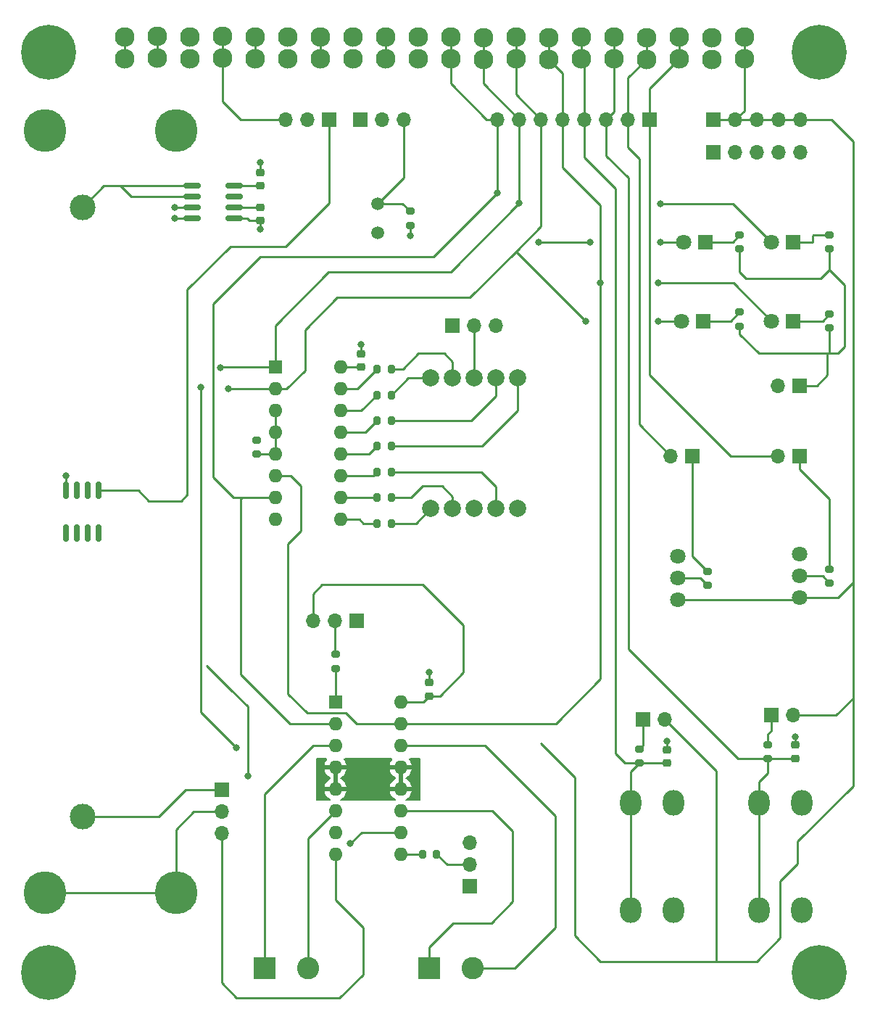
<source format=gbr>
%TF.GenerationSoftware,KiCad,Pcbnew,(6.0.7)*%
%TF.CreationDate,2022-09-06T17:39:21+02:00*%
%TF.ProjectId,myDAQExpansionBoard,6d794441-5145-4787-9061-6e73696f6e42,rev?*%
%TF.SameCoordinates,Original*%
%TF.FileFunction,Copper,L1,Top*%
%TF.FilePolarity,Positive*%
%FSLAX46Y46*%
G04 Gerber Fmt 4.6, Leading zero omitted, Abs format (unit mm)*
G04 Created by KiCad (PCBNEW (6.0.7)) date 2022-09-06 17:39:21*
%MOMM*%
%LPD*%
G01*
G04 APERTURE LIST*
G04 Aperture macros list*
%AMRoundRect*
0 Rectangle with rounded corners*
0 $1 Rounding radius*
0 $2 $3 $4 $5 $6 $7 $8 $9 X,Y pos of 4 corners*
0 Add a 4 corners polygon primitive as box body*
4,1,4,$2,$3,$4,$5,$6,$7,$8,$9,$2,$3,0*
0 Add four circle primitives for the rounded corners*
1,1,$1+$1,$2,$3*
1,1,$1+$1,$4,$5*
1,1,$1+$1,$6,$7*
1,1,$1+$1,$8,$9*
0 Add four rect primitives between the rounded corners*
20,1,$1+$1,$2,$3,$4,$5,0*
20,1,$1+$1,$4,$5,$6,$7,0*
20,1,$1+$1,$6,$7,$8,$9,0*
20,1,$1+$1,$8,$9,$2,$3,0*%
G04 Aperture macros list end*
%TA.AperFunction,SMDPad,CuDef*%
%ADD10RoundRect,0.200000X-0.200000X-0.275000X0.200000X-0.275000X0.200000X0.275000X-0.200000X0.275000X0*%
%TD*%
%TA.AperFunction,ComponentPad*%
%ADD11C,6.400000*%
%TD*%
%TA.AperFunction,ComponentPad*%
%ADD12C,0.800000*%
%TD*%
%TA.AperFunction,ComponentPad*%
%ADD13R,1.800000X1.800000*%
%TD*%
%TA.AperFunction,ComponentPad*%
%ADD14C,1.800000*%
%TD*%
%TA.AperFunction,ComponentPad*%
%ADD15O,2.500000X3.000000*%
%TD*%
%TA.AperFunction,SMDPad,CuDef*%
%ADD16RoundRect,0.225000X0.250000X-0.225000X0.250000X0.225000X-0.250000X0.225000X-0.250000X-0.225000X0*%
%TD*%
%TA.AperFunction,ComponentPad*%
%ADD17R,1.700000X1.700000*%
%TD*%
%TA.AperFunction,ComponentPad*%
%ADD18O,1.700000X1.700000*%
%TD*%
%TA.AperFunction,SMDPad,CuDef*%
%ADD19RoundRect,0.200000X-0.275000X0.200000X-0.275000X-0.200000X0.275000X-0.200000X0.275000X0.200000X0*%
%TD*%
%TA.AperFunction,ComponentPad*%
%ADD20R,2.600000X2.600000*%
%TD*%
%TA.AperFunction,ComponentPad*%
%ADD21C,2.600000*%
%TD*%
%TA.AperFunction,SMDPad,CuDef*%
%ADD22RoundRect,0.225000X-0.250000X0.225000X-0.250000X-0.225000X0.250000X-0.225000X0.250000X0.225000X0*%
%TD*%
%TA.AperFunction,SMDPad,CuDef*%
%ADD23RoundRect,0.200000X0.200000X0.275000X-0.200000X0.275000X-0.200000X-0.275000X0.200000X-0.275000X0*%
%TD*%
%TA.AperFunction,ComponentPad*%
%ADD24C,2.300000*%
%TD*%
%TA.AperFunction,SMDPad,CuDef*%
%ADD25RoundRect,0.150000X-0.825000X-0.150000X0.825000X-0.150000X0.825000X0.150000X-0.825000X0.150000X0*%
%TD*%
%TA.AperFunction,ComponentPad*%
%ADD26R,1.600000X1.600000*%
%TD*%
%TA.AperFunction,ComponentPad*%
%ADD27O,1.600000X1.600000*%
%TD*%
%TA.AperFunction,ComponentPad*%
%ADD28C,1.500000*%
%TD*%
%TA.AperFunction,ComponentPad*%
%ADD29C,2.000000*%
%TD*%
%TA.AperFunction,SMDPad,CuDef*%
%ADD30RoundRect,0.200000X0.275000X-0.200000X0.275000X0.200000X-0.275000X0.200000X-0.275000X-0.200000X0*%
%TD*%
%TA.AperFunction,SMDPad,CuDef*%
%ADD31RoundRect,0.150000X-0.150000X0.825000X-0.150000X-0.825000X0.150000X-0.825000X0.150000X0.825000X0*%
%TD*%
%TA.AperFunction,ComponentPad*%
%ADD32C,5.000000*%
%TD*%
%TA.AperFunction,ComponentPad*%
%ADD33C,3.000000*%
%TD*%
%TA.AperFunction,ViaPad*%
%ADD34C,0.800000*%
%TD*%
%TA.AperFunction,Conductor*%
%ADD35C,0.254000*%
%TD*%
%TA.AperFunction,Conductor*%
%ADD36C,0.250000*%
%TD*%
G04 APERTURE END LIST*
D10*
%TO.P,R11,1*%
%TO.N,Net-(R11-Pad1)*%
X83407500Y-99600000D03*
%TO.P,R11,2*%
%TO.N,Net-(R11-Pad2)*%
X85057500Y-99600000D03*
%TD*%
D11*
%TO.P,H1,*%
%TO.N,*%
X135064466Y-50564466D03*
D12*
%TO.P,H1,1,1*%
%TO.N,unconnected-(H1-Pad1)*%
X133367410Y-52261522D03*
X135064466Y-48164466D03*
X136761522Y-52261522D03*
X133367410Y-48867410D03*
X132664466Y-50564466D03*
X136761522Y-48867410D03*
X137464466Y-50564466D03*
X135064466Y-52964466D03*
%TD*%
D13*
%TO.P,D4,1,K*%
%TO.N,Net-(D4-Pad1)*%
X132025000Y-81975000D03*
D14*
%TO.P,D4,2,A*%
%TO.N,DIO3*%
X129485000Y-81975000D03*
%TD*%
D15*
%TO.P,SW1,1,1*%
%TO.N,DIO4*%
X113000000Y-150750000D03*
X113000000Y-138250000D03*
%TO.P,SW1,2,2*%
%TO.N,GND*%
X118000000Y-150750000D03*
X118000000Y-138250000D03*
%TD*%
D16*
%TO.P,CD2,1*%
%TO.N,DIO5*%
X132250000Y-133025000D03*
%TO.P,CD2,2*%
%TO.N,GND*%
X132250000Y-131475000D03*
%TD*%
D17*
%TO.P,JP5,1,A*%
%TO.N,Net-(JP5-Pad1)*%
X132750000Y-89500000D03*
D18*
%TO.P,JP5,2,B*%
%TO.N,GND*%
X130210000Y-89500000D03*
%TD*%
D16*
%TO.P,C3,1*%
%TO.N,+5V*%
X89525000Y-125750000D03*
%TO.P,C3,2*%
%TO.N,GND*%
X89525000Y-124200000D03*
%TD*%
D14*
%TO.P,SW4,1,A*%
%TO.N,+5V*%
X132750000Y-114290000D03*
%TO.P,SW4,2,B*%
%TO.N,Net-(R6-Pad2)*%
X132750000Y-111750000D03*
%TO.P,SW4,3,C*%
%TO.N,GND*%
X132750000Y-109210000D03*
%TD*%
D17*
%TO.P,JP10,1,A*%
%TO.N,Net-(JP10-Pad1)*%
X81450000Y-58500000D03*
D18*
%TO.P,JP10,2,C*%
%TO.N,AI0+*%
X83990000Y-58500000D03*
%TO.P,JP10,3,B*%
%TO.N,Net-(JP10-Pad3)*%
X86530000Y-58500000D03*
%TD*%
D19*
%TO.P,R3,1*%
%TO.N,Net-(JP2-Pad1)*%
X129000000Y-131425000D03*
%TO.P,R3,2*%
%TO.N,DIO5*%
X129000000Y-133075000D03*
%TD*%
D17*
%TO.P,JP1,1,A*%
%TO.N,Net-(JP1-Pad1)*%
X114475000Y-128500000D03*
D18*
%TO.P,JP1,2,B*%
%TO.N,+5V*%
X117015000Y-128500000D03*
%TD*%
D17*
%TO.P,J2,1,Pin_1*%
%TO.N,+5V*%
X122675000Y-58500000D03*
D18*
%TO.P,J2,2,Pin_2*%
X125215000Y-58500000D03*
%TO.P,J2,3,Pin_3*%
X127755000Y-58500000D03*
%TO.P,J2,4,Pin_4*%
X130295000Y-58500000D03*
%TO.P,J2,5,Pin_5*%
X132835000Y-58500000D03*
%TD*%
D15*
%TO.P,SW2,1,1*%
%TO.N,DIO5*%
X128000000Y-138250000D03*
X128000000Y-150750000D03*
%TO.P,SW2,2,2*%
%TO.N,GND*%
X133000000Y-150750000D03*
X133000000Y-138250000D03*
%TD*%
D17*
%TO.P,JP14,1,A*%
%TO.N,SHUNT*%
X65250000Y-136725000D03*
D18*
%TO.P,JP14,2,C*%
%TO.N,Net-(J8-Pad1)*%
X65250000Y-139265000D03*
%TO.P,JP14,3,B*%
%TO.N,VDD*%
X65250000Y-141805000D03*
%TD*%
D20*
%TO.P,J6,1,Pin_1*%
%TO.N,Net-(J6-Pad1)*%
X89455000Y-157555000D03*
D21*
%TO.P,J6,2,Pin_2*%
%TO.N,Net-(J6-Pad2)*%
X94535000Y-157555000D03*
%TD*%
D22*
%TO.P,C4,1*%
%TO.N,Net-(C4-Pad1)*%
X69750000Y-68725000D03*
%TO.P,C4,2*%
%TO.N,GND*%
X69750000Y-70275000D03*
%TD*%
D13*
%TO.P,D2,1,K*%
%TO.N,Net-(D2-Pad1)*%
X132025000Y-72750000D03*
D14*
%TO.P,D2,2,A*%
%TO.N,DIO1*%
X129485000Y-72750000D03*
%TD*%
D23*
%TO.P,R21,1*%
%TO.N,Net-(R21-Pad1)*%
X90350000Y-144225000D03*
%TO.P,R21,2*%
%TO.N,Net-(R21-Pad2)*%
X88700000Y-144225000D03*
%TD*%
D10*
%TO.P,R13,1*%
%TO.N,Net-(R13-Pad1)*%
X83407500Y-102600000D03*
%TO.P,R13,2*%
%TO.N,Net-(R13-Pad2)*%
X85057500Y-102600000D03*
%TD*%
%TO.P,R8,1*%
%TO.N,Net-(R8-Pad1)*%
X83407500Y-93600000D03*
%TO.P,R8,2*%
%TO.N,Net-(R8-Pad2)*%
X85057500Y-93600000D03*
%TD*%
D11*
%TO.P,H4,*%
%TO.N,*%
X45064466Y-50564466D03*
D12*
%TO.P,H4,1,1*%
%TO.N,unconnected-(H4-Pad1)*%
X42664466Y-50564466D03*
X46761522Y-52261522D03*
X45064466Y-48164466D03*
X43367410Y-52261522D03*
X45064466Y-52964466D03*
X47464466Y-50564466D03*
X46761522Y-48867410D03*
X43367410Y-48867410D03*
%TD*%
D14*
%TO.P,SW3,1,A*%
%TO.N,+5V*%
X118500000Y-114540000D03*
%TO.P,SW3,2,B*%
%TO.N,Net-(R4-Pad1)*%
X118500000Y-112000000D03*
%TO.P,SW3,3,C*%
%TO.N,GND*%
X118500000Y-109460000D03*
%TD*%
D17*
%TO.P,JP12,1,A*%
%TO.N,GND*%
X81025000Y-116975000D03*
D18*
%TO.P,JP12,2,C*%
%TO.N,Net-(R20-Pad1)*%
X78485000Y-116975000D03*
%TO.P,JP12,3,B*%
%TO.N,+5V*%
X75945000Y-116975000D03*
%TD*%
D17*
%TO.P,JP2,1,A*%
%TO.N,Net-(JP2-Pad1)*%
X129475000Y-128000000D03*
D18*
%TO.P,JP2,2,B*%
%TO.N,+5V*%
X132015000Y-128000000D03*
%TD*%
D24*
%TO.P,J1,1,Pin_1*%
%TO.N,unconnected-(J1-Pad1)*%
X53905000Y-51340000D03*
X53905000Y-48800000D03*
X53905000Y-51340000D03*
%TO.P,J1,2,Pin_2*%
%TO.N,unconnected-(J1-Pad2)*%
X57715000Y-51300000D03*
X57715000Y-48760000D03*
X57715000Y-51300000D03*
%TO.P,J1,3,Pin_3*%
%TO.N,GND*%
X61525000Y-51340000D03*
X61525000Y-48800000D03*
X61525000Y-51340000D03*
%TO.P,J1,4,Pin_4*%
%TO.N,AO0*%
X65335000Y-48760000D03*
X65335000Y-51300000D03*
X65335000Y-51300000D03*
%TO.P,J1,5,Pin_5*%
%TO.N,unconnected-(J1-Pad5)*%
X69145000Y-51380000D03*
X69145000Y-48840000D03*
X69145000Y-51380000D03*
%TO.P,J1,6,Pin_6*%
%TO.N,GND*%
X72955000Y-48800000D03*
X72955000Y-51340000D03*
X72955000Y-51340000D03*
%TO.P,J1,7,Pin_7*%
%TO.N,AI0+*%
X76765000Y-51380000D03*
X76765000Y-51380000D03*
X76765000Y-48840000D03*
%TO.P,J1,8,Pin_8*%
%TO.N,GND*%
X80575000Y-51340000D03*
X80575000Y-48800000D03*
X80575000Y-51340000D03*
%TO.P,J1,9,Pin_9*%
%TO.N,AI1+*%
X84385000Y-48800000D03*
X84385000Y-51340000D03*
X84385000Y-51340000D03*
%TO.P,J1,10,Pin_10*%
%TO.N,GND*%
X88195000Y-51380000D03*
X88195000Y-51380000D03*
X88195000Y-48840000D03*
%TO.P,J1,11,Pin_11*%
%TO.N,DIO0*%
X92005000Y-48800000D03*
X92005000Y-51340000D03*
X92005000Y-51340000D03*
%TO.P,J1,12,Pin_12*%
%TO.N,DIO1*%
X95815000Y-51420000D03*
X95815000Y-51420000D03*
X95815000Y-48880000D03*
%TO.P,J1,13,Pin_13*%
%TO.N,DIO2*%
X99625000Y-51380000D03*
X99625000Y-51380000D03*
X99625000Y-48840000D03*
%TO.P,J1,14,Pin_14*%
%TO.N,DIO3*%
X103435000Y-51420000D03*
X103435000Y-48880000D03*
X103435000Y-51420000D03*
%TO.P,J1,15,Pin_15*%
%TO.N,DIO4*%
X107245000Y-51380000D03*
X107245000Y-51380000D03*
X107245000Y-48840000D03*
%TO.P,J1,16,Pin_16*%
%TO.N,DIO5*%
X111055000Y-48800000D03*
X111055000Y-51340000D03*
X111055000Y-51340000D03*
%TO.P,J1,17,Pin_17*%
%TO.N,DIO6*%
X114865000Y-51420000D03*
X114865000Y-48880000D03*
X114865000Y-51420000D03*
%TO.P,J1,18,Pin_18*%
%TO.N,DIO7*%
X118675000Y-51380000D03*
X118675000Y-51380000D03*
X118675000Y-48840000D03*
%TO.P,J1,19,Pin_19*%
%TO.N,GND*%
X122485000Y-51420000D03*
X122485000Y-51420000D03*
X122485000Y-48880000D03*
%TO.P,J1,20,Pin_20*%
%TO.N,+5V*%
X126295000Y-48840000D03*
X126295000Y-51380000D03*
X126295000Y-51380000D03*
%TD*%
D25*
%TO.P,U3,1,IP+*%
%TO.N,Net-(R17-Pad2)*%
X61775000Y-66185000D03*
%TO.P,U3,2,IP+*%
X61775000Y-67455000D03*
%TO.P,U3,3,IP-*%
%TO.N,GND*%
X61775000Y-68725000D03*
%TO.P,U3,4,IP-*%
X61775000Y-69995000D03*
%TO.P,U3,5,GND*%
X66725000Y-69995000D03*
%TO.P,U3,6,FILTER*%
%TO.N,Net-(C4-Pad1)*%
X66725000Y-68725000D03*
%TO.P,U3,7,VIOUT*%
%TO.N,Net-(JP10-Pad1)*%
X66725000Y-67455000D03*
%TO.P,U3,8,VCC*%
%TO.N,+5V*%
X66725000Y-66185000D03*
%TD*%
D17*
%TO.P,JP9,1,A*%
%TO.N,+5V*%
X92225000Y-82500000D03*
D18*
%TO.P,JP9,2,C*%
%TO.N,Net-(JP9-Pad2)*%
X94765000Y-82500000D03*
%TO.P,JP9,3,B*%
%TO.N,GND*%
X97305000Y-82500000D03*
%TD*%
D26*
%TO.P,U1,1,B*%
%TO.N,DIO1*%
X71517500Y-87375000D03*
D27*
%TO.P,U1,2,C*%
%TO.N,DIO2*%
X71517500Y-89915000D03*
%TO.P,U1,3,LT*%
%TO.N,Net-(R12-Pad2)*%
X71517500Y-92455000D03*
%TO.P,U1,4,BI*%
X71517500Y-94995000D03*
%TO.P,U1,5,RBI*%
X71517500Y-97535000D03*
%TO.P,U1,6,D*%
%TO.N,DIO3*%
X71517500Y-100075000D03*
%TO.P,U1,7,A*%
%TO.N,DIO0*%
X71517500Y-102615000D03*
%TO.P,U1,8,GND*%
%TO.N,GND*%
X71517500Y-105155000D03*
%TO.P,U1,9,e*%
%TO.N,Net-(R14-Pad1)*%
X79137500Y-105155000D03*
%TO.P,U1,10,d*%
%TO.N,Net-(R13-Pad1)*%
X79137500Y-102615000D03*
%TO.P,U1,11,c*%
%TO.N,Net-(R11-Pad1)*%
X79137500Y-100075000D03*
%TO.P,U1,12,b*%
%TO.N,Net-(R9-Pad1)*%
X79137500Y-97535000D03*
%TO.P,U1,13,a*%
%TO.N,Net-(R8-Pad1)*%
X79137500Y-94995000D03*
%TO.P,U1,14,g*%
%TO.N,Net-(R16-Pad1)*%
X79137500Y-92455000D03*
%TO.P,U1,15,f*%
%TO.N,Net-(R15-Pad1)*%
X79137500Y-89915000D03*
%TO.P,U1,16,VCC*%
%TO.N,+5V*%
X79137500Y-87375000D03*
%TD*%
D28*
%TO.P,R18,1*%
%TO.N,+5V*%
X83500000Y-71700000D03*
%TO.P,R18,2*%
%TO.N,Net-(JP10-Pad3)*%
X83500000Y-68300000D03*
%TD*%
D17*
%TO.P,JP3,1,A*%
%TO.N,Net-(JP3-Pad1)*%
X120250000Y-97750000D03*
D18*
%TO.P,JP3,2,B*%
%TO.N,DIO6*%
X117710000Y-97750000D03*
%TD*%
D19*
%TO.P,R20,1*%
%TO.N,Net-(R20-Pad1)*%
X78525000Y-120900000D03*
%TO.P,R20,2*%
%TO.N,Net-(R20-Pad2)*%
X78525000Y-122550000D03*
%TD*%
D16*
%TO.P,CD1,1*%
%TO.N,DIO4*%
X117250000Y-133575000D03*
%TO.P,CD1,2*%
%TO.N,GND*%
X117250000Y-132025000D03*
%TD*%
D19*
%TO.P,R1,1*%
%TO.N,Net-(D1-Pad1)*%
X125750000Y-71925000D03*
%TO.P,R1,2*%
%TO.N,Net-(JP5-Pad1)*%
X125750000Y-73575000D03*
%TD*%
D16*
%TO.P,C1,1*%
%TO.N,+5V*%
X81500000Y-87375000D03*
%TO.P,C1,2*%
%TO.N,GND*%
X81500000Y-85825000D03*
%TD*%
D26*
%TO.P,U5,1,EN1\u002C2*%
%TO.N,Net-(R20-Pad2)*%
X78555000Y-126445000D03*
D27*
%TO.P,U5,2,1A*%
%TO.N,DIO0*%
X78555000Y-128985000D03*
%TO.P,U5,3,1Y*%
%TO.N,Net-(J4-Pad1)*%
X78555000Y-131525000D03*
%TO.P,U5,4,GND*%
%TO.N,GND*%
X78555000Y-134065000D03*
%TO.P,U5,5,GND*%
X78555000Y-136605000D03*
%TO.P,U5,6,2Y*%
%TO.N,Net-(J4-Pad2)*%
X78555000Y-139145000D03*
%TO.P,U5,7,2A*%
%TO.N,DIO1*%
X78555000Y-141685000D03*
%TO.P,U5,8,VCC2*%
%TO.N,VDD*%
X78555000Y-144225000D03*
%TO.P,U5,9,EN3\u002C4*%
%TO.N,Net-(R21-Pad2)*%
X86175000Y-144225000D03*
%TO.P,U5,10,3A*%
%TO.N,DIO2*%
X86175000Y-141685000D03*
%TO.P,U5,11,3Y*%
%TO.N,Net-(J6-Pad1)*%
X86175000Y-139145000D03*
%TO.P,U5,12,GND*%
%TO.N,GND*%
X86175000Y-136605000D03*
%TO.P,U5,13,GND*%
X86175000Y-134065000D03*
%TO.P,U5,14,4Y*%
%TO.N,Net-(J6-Pad2)*%
X86175000Y-131525000D03*
%TO.P,U5,15,4A*%
%TO.N,DIO3*%
X86175000Y-128985000D03*
%TO.P,U5,16,VCC1*%
%TO.N,+5V*%
X86175000Y-126445000D03*
%TD*%
D29*
%TO.P,U2,1,E*%
%TO.N,Net-(R14-Pad2)*%
X89670000Y-103870000D03*
%TO.P,U2,2,D*%
%TO.N,Net-(R13-Pad2)*%
X92210000Y-103870000D03*
%TO.P,U2,3,CA/CC*%
%TO.N,unconnected-(U2-Pad3)*%
X94750000Y-103870000D03*
%TO.P,U2,4,C*%
%TO.N,Net-(R11-Pad2)*%
X97290000Y-103870000D03*
%TO.P,U2,5,DP*%
%TO.N,unconnected-(U2-Pad5)*%
X99830000Y-103870000D03*
%TO.P,U2,6,B*%
%TO.N,Net-(R9-Pad2)*%
X99830000Y-88630000D03*
%TO.P,U2,7,A*%
%TO.N,Net-(R8-Pad2)*%
X97290000Y-88630000D03*
%TO.P,U2,8,CA/CC*%
%TO.N,Net-(JP9-Pad2)*%
X94750000Y-88630000D03*
%TO.P,U2,9,F*%
%TO.N,Net-(R15-Pad2)*%
X92210000Y-88630000D03*
%TO.P,U2,10,G*%
%TO.N,Net-(R16-Pad2)*%
X89670000Y-88630000D03*
%TD*%
D11*
%TO.P,H2,*%
%TO.N,*%
X135000000Y-158000000D03*
D12*
%TO.P,H2,1,1*%
%TO.N,unconnected-(H2-Pad1)*%
X132600000Y-158000000D03*
X133302944Y-156302944D03*
X136697056Y-156302944D03*
X135000000Y-155600000D03*
X137400000Y-158000000D03*
X136697056Y-159697056D03*
X133302944Y-159697056D03*
X135000000Y-160400000D03*
%TD*%
D17*
%TO.P,JP13,1,A*%
%TO.N,GND*%
X94250000Y-148000000D03*
D18*
%TO.P,JP13,2,C*%
%TO.N,Net-(R21-Pad1)*%
X94250000Y-145460000D03*
%TO.P,JP13,3,B*%
%TO.N,+5V*%
X94250000Y-142920000D03*
%TD*%
D30*
%TO.P,R4,1*%
%TO.N,Net-(R4-Pad1)*%
X122000000Y-112825000D03*
%TO.P,R4,2*%
%TO.N,Net-(JP3-Pad1)*%
X122000000Y-111175000D03*
%TD*%
D16*
%TO.P,C2,1*%
%TO.N,+5V*%
X69750000Y-66185000D03*
%TO.P,C2,2*%
%TO.N,GND*%
X69750000Y-64635000D03*
%TD*%
D17*
%TO.P,JP11,1,A*%
%TO.N,Net-(JP11-Pad1)*%
X77775000Y-58500000D03*
D18*
%TO.P,JP11,2,C*%
%TO.N,AI1+*%
X75235000Y-58500000D03*
%TO.P,JP11,3,B*%
%TO.N,AO0*%
X72695000Y-58500000D03*
%TD*%
D31*
%TO.P,U4,1,Vout*%
%TO.N,Net-(JP11-Pad1)*%
X50905000Y-101770000D03*
%TO.P,U4,2,NC*%
%TO.N,unconnected-(U4-Pad2)*%
X49635000Y-101770000D03*
%TO.P,U4,3,NC*%
%TO.N,unconnected-(U4-Pad3)*%
X48365000Y-101770000D03*
%TO.P,U4,4,GND*%
%TO.N,GND*%
X47095000Y-101770000D03*
%TO.P,U4,5,NC*%
%TO.N,unconnected-(U4-Pad5)*%
X47095000Y-106720000D03*
%TO.P,U4,6,NC*%
%TO.N,unconnected-(U4-Pad6)*%
X48365000Y-106720000D03*
%TO.P,U4,7,NC*%
%TO.N,unconnected-(U4-Pad7)*%
X49635000Y-106720000D03*
%TO.P,U4,8,+VS*%
%TO.N,+5V*%
X50905000Y-106720000D03*
%TD*%
D13*
%TO.P,D1,1,K*%
%TO.N,Net-(D1-Pad1)*%
X121775000Y-72750000D03*
D14*
%TO.P,D1,2,A*%
%TO.N,DIO0*%
X119235000Y-72750000D03*
%TD*%
D11*
%TO.P,H3,*%
%TO.N,*%
X45000000Y-158000000D03*
D12*
%TO.P,H3,1,1*%
%TO.N,unconnected-(H3-Pad1)*%
X47400000Y-158000000D03*
X45000000Y-160400000D03*
X42600000Y-158000000D03*
X46697056Y-159697056D03*
X46697056Y-156302944D03*
X43302944Y-156302944D03*
X45000000Y-155600000D03*
X43302944Y-159697056D03*
%TD*%
D32*
%TO.P,J8,1,Pin_1*%
%TO.N,Net-(J8-Pad1)*%
X44600000Y-148750000D03*
X59900000Y-148750000D03*
%TD*%
D10*
%TO.P,R14,1*%
%TO.N,Net-(R14-Pad1)*%
X83407500Y-105600000D03*
%TO.P,R14,2*%
%TO.N,Net-(R14-Pad2)*%
X85057500Y-105600000D03*
%TD*%
D17*
%TO.P,JP4,1,A*%
%TO.N,Net-(JP4-Pad1)*%
X132750000Y-97750000D03*
D18*
%TO.P,JP4,2,B*%
%TO.N,DIO7*%
X130210000Y-97750000D03*
%TD*%
D33*
%TO.P,R17,1*%
%TO.N,SHUNT*%
X49000000Y-139810000D03*
%TO.P,R17,2*%
%TO.N,Net-(R17-Pad2)*%
X49000000Y-68690000D03*
%TD*%
D10*
%TO.P,R15,1*%
%TO.N,Net-(R15-Pad1)*%
X83407500Y-87600000D03*
%TO.P,R15,2*%
%TO.N,Net-(R15-Pad2)*%
X85057500Y-87600000D03*
%TD*%
D19*
%TO.P,R12,1*%
%TO.N,+5V*%
X69300000Y-95875000D03*
%TO.P,R12,2*%
%TO.N,Net-(R12-Pad2)*%
X69300000Y-97525000D03*
%TD*%
%TO.P,R10,1*%
%TO.N,Net-(D4-Pad1)*%
X136250000Y-81150000D03*
%TO.P,R10,2*%
%TO.N,Net-(JP5-Pad1)*%
X136250000Y-82800000D03*
%TD*%
%TO.P,R6,1*%
%TO.N,Net-(JP4-Pad1)*%
X136250000Y-110925000D03*
%TO.P,R6,2*%
%TO.N,Net-(R6-Pad2)*%
X136250000Y-112575000D03*
%TD*%
D10*
%TO.P,R16,1*%
%TO.N,Net-(R16-Pad1)*%
X83407500Y-90600000D03*
%TO.P,R16,2*%
%TO.N,Net-(R16-Pad2)*%
X85057500Y-90600000D03*
%TD*%
D13*
%TO.P,D3,1,K*%
%TO.N,Net-(D3-Pad1)*%
X121525000Y-82000000D03*
D14*
%TO.P,D3,2,A*%
%TO.N,DIO2*%
X118985000Y-82000000D03*
%TD*%
D19*
%TO.P,R5,1*%
%TO.N,Net-(D2-Pad1)*%
X136225000Y-71925000D03*
%TO.P,R5,2*%
%TO.N,Net-(JP5-Pad1)*%
X136225000Y-73575000D03*
%TD*%
%TO.P,R19,1*%
%TO.N,Net-(JP10-Pad3)*%
X87250000Y-69175000D03*
%TO.P,R19,2*%
%TO.N,GND*%
X87250000Y-70825000D03*
%TD*%
D32*
%TO.P,J5,1,Pin_1*%
%TO.N,GND*%
X59900000Y-59750000D03*
X44600000Y-59750000D03*
%TD*%
D17*
%TO.P,J3,1,Pin_1*%
%TO.N,GND*%
X122675000Y-62250000D03*
D18*
%TO.P,J3,2,Pin_2*%
X125215000Y-62250000D03*
%TO.P,J3,3,Pin_3*%
X127755000Y-62250000D03*
%TO.P,J3,4,Pin_4*%
X130295000Y-62250000D03*
%TO.P,J3,5,Pin_5*%
X132835000Y-62250000D03*
%TD*%
D17*
%TO.P,J7,1,Pin_1*%
%TO.N,DIO7*%
X115250000Y-58450000D03*
D18*
%TO.P,J7,2,Pin_2*%
%TO.N,DIO6*%
X112710000Y-58450000D03*
%TO.P,J7,3,Pin_3*%
%TO.N,DIO5*%
X110170000Y-58450000D03*
%TO.P,J7,4,Pin_4*%
%TO.N,DIO4*%
X107630000Y-58450000D03*
%TO.P,J7,5,Pin_5*%
%TO.N,DIO3*%
X105090000Y-58450000D03*
%TO.P,J7,6,Pin_6*%
%TO.N,DIO2*%
X102550000Y-58450000D03*
%TO.P,J7,7,Pin_7*%
%TO.N,DIO1*%
X100010000Y-58450000D03*
%TO.P,J7,8,Pin_8*%
%TO.N,DIO0*%
X97470000Y-58450000D03*
%TD*%
D10*
%TO.P,R9,1*%
%TO.N,Net-(R9-Pad1)*%
X83407500Y-96600000D03*
%TO.P,R9,2*%
%TO.N,Net-(R9-Pad2)*%
X85057500Y-96600000D03*
%TD*%
D19*
%TO.P,R7,1*%
%TO.N,Net-(D3-Pad1)*%
X125750000Y-80925000D03*
%TO.P,R7,2*%
%TO.N,Net-(JP5-Pad1)*%
X125750000Y-82575000D03*
%TD*%
%TO.P,R2,1*%
%TO.N,Net-(JP1-Pad1)*%
X114000000Y-131925000D03*
%TO.P,R2,2*%
%TO.N,DIO4*%
X114000000Y-133575000D03*
%TD*%
D20*
%TO.P,J4,1,Pin_1*%
%TO.N,Net-(J4-Pad1)*%
X70260000Y-157555000D03*
D21*
%TO.P,J4,2,Pin_2*%
%TO.N,Net-(J4-Pad2)*%
X75340000Y-157555000D03*
%TD*%
D34*
%TO.N,GND*%
X59750000Y-68750000D03*
X47100000Y-100000000D03*
X59750000Y-70000000D03*
X89500000Y-123000000D03*
X69750000Y-71250000D03*
X117250000Y-131000000D03*
X69750000Y-63500000D03*
X132250000Y-130500000D03*
X87250000Y-72000000D03*
X81500000Y-84700000D03*
%TO.N,DIO0*%
X108250000Y-72750000D03*
X97470000Y-67030000D03*
X116500000Y-72750000D03*
X102250000Y-72750000D03*
%TO.N,DIO1*%
X62800000Y-89700000D03*
X65100000Y-87400000D03*
X116500000Y-68250000D03*
X100010000Y-68240000D03*
X67000000Y-131800000D03*
%TO.N,DIO2*%
X68300000Y-135100000D03*
X116250000Y-82000000D03*
X80300000Y-143000000D03*
X107750000Y-82000000D03*
X66000000Y-89900000D03*
%TO.N,DIO3*%
X109500000Y-77500000D03*
X116250000Y-77500000D03*
%TD*%
D35*
%TO.N,+5V*%
X130500000Y-154000000D02*
X127750000Y-156750000D01*
X123000000Y-156750000D02*
X109500000Y-156750000D01*
X118500000Y-114540000D02*
X132500000Y-114540000D01*
X126295000Y-51380000D02*
X126295000Y-57420000D01*
X132500000Y-142750000D02*
X132500000Y-145361903D01*
X109500000Y-156750000D02*
X106500000Y-153750000D01*
X86175000Y-126445000D02*
X88830000Y-126445000D01*
X139000000Y-112000000D02*
X139000000Y-125750000D01*
X130500000Y-147361903D02*
X130500000Y-154000000D01*
X136500000Y-58500000D02*
X139000000Y-61000000D01*
X88750000Y-112750000D02*
X93500000Y-117500000D01*
X117015000Y-128500000D02*
X123000000Y-134485000D01*
X106500000Y-153750000D02*
X106500000Y-135250000D01*
X139000000Y-112000000D02*
X139000000Y-112500000D01*
X137000000Y-128000000D02*
X132015000Y-128000000D01*
X126295000Y-57420000D02*
X125215000Y-58500000D01*
X123000000Y-134485000D02*
X123000000Y-156750000D01*
X122675000Y-58500000D02*
X132835000Y-58500000D01*
D36*
X81500000Y-87375000D02*
X79137500Y-87375000D01*
D35*
X90750000Y-125750000D02*
X89525000Y-125750000D01*
X139000000Y-61000000D02*
X139000000Y-112000000D01*
X139000000Y-125750000D02*
X139000000Y-136250000D01*
X139000000Y-126000000D02*
X137000000Y-128000000D01*
X106500000Y-135250000D02*
X102500000Y-131250000D01*
X139000000Y-136250000D02*
X132500000Y-142750000D01*
X69750000Y-66185000D02*
X66725000Y-66185000D01*
X139000000Y-112500000D02*
X137210000Y-114290000D01*
X137210000Y-114290000D02*
X132750000Y-114290000D01*
X132500000Y-114540000D02*
X132750000Y-114290000D01*
X88830000Y-126445000D02*
X89525000Y-125750000D01*
X77000000Y-112750000D02*
X88750000Y-112750000D01*
X93500000Y-117500000D02*
X93500000Y-123000000D01*
X132835000Y-58500000D02*
X136500000Y-58500000D01*
X75945000Y-116975000D02*
X75945000Y-113805000D01*
X132500000Y-145361903D02*
X130500000Y-147361903D01*
X126295000Y-51380000D02*
X126295000Y-48840000D01*
X93500000Y-123000000D02*
X90750000Y-125750000D01*
X127750000Y-156750000D02*
X123000000Y-156750000D01*
X75945000Y-113805000D02*
X77000000Y-112750000D01*
X139000000Y-125750000D02*
X139000000Y-126000000D01*
%TO.N,GND*%
X61775000Y-69995000D02*
X59755000Y-69995000D01*
D36*
X47095000Y-101770000D02*
X47095000Y-100005000D01*
D35*
X69750000Y-70275000D02*
X68525000Y-70275000D01*
X117250000Y-132025000D02*
X117250000Y-131000000D01*
X69750000Y-64635000D02*
X69750000Y-63500000D01*
X89525000Y-123025000D02*
X89500000Y-123000000D01*
X61775000Y-68725000D02*
X59775000Y-68725000D01*
D36*
X47095000Y-100005000D02*
X47100000Y-100000000D01*
D35*
X87250000Y-70825000D02*
X87250000Y-72000000D01*
X89525000Y-124200000D02*
X89525000Y-123025000D01*
X68525000Y-70275000D02*
X68245000Y-69995000D01*
X59775000Y-68725000D02*
X59750000Y-68750000D01*
D36*
X81500000Y-85825000D02*
X81500000Y-84700000D01*
D35*
X69750000Y-70275000D02*
X69750000Y-71250000D01*
X132250000Y-131475000D02*
X132250000Y-130500000D01*
X59755000Y-69995000D02*
X59750000Y-70000000D01*
X68245000Y-69995000D02*
X66725000Y-69995000D01*
%TO.N,Net-(C4-Pad1)*%
X66725000Y-68725000D02*
X69750000Y-68725000D01*
D36*
%TO.N,unconnected-(J1-Pad1)*%
X53905000Y-48800000D02*
X53905000Y-51340000D01*
D35*
%TO.N,unconnected-(J1-Pad2)*%
X57715000Y-48760000D02*
X57715000Y-51300000D01*
%TO.N,AO0*%
X65335000Y-56335000D02*
X65335000Y-51300000D01*
X67500000Y-58500000D02*
X65335000Y-56335000D01*
X72695000Y-58500000D02*
X67500000Y-58500000D01*
X65335000Y-48760000D02*
X65335000Y-51300000D01*
%TO.N,unconnected-(J1-Pad5)*%
X69145000Y-48840000D02*
X69145000Y-51380000D01*
%TO.N,AI0+*%
X76765000Y-48840000D02*
X76765000Y-51380000D01*
%TO.N,AI1+*%
X84385000Y-48800000D02*
X84385000Y-51340000D01*
%TO.N,DIO0*%
X92005000Y-48800000D02*
X92005000Y-51340000D01*
X67635000Y-102615000D02*
X69135000Y-102615000D01*
X67500000Y-102750000D02*
X67635000Y-102615000D01*
X67500000Y-123250000D02*
X67500000Y-102750000D01*
X69750000Y-74500000D02*
X64250000Y-80000000D01*
X90000000Y-74500000D02*
X69750000Y-74500000D01*
X92005000Y-54255000D02*
X92005000Y-51340000D01*
X71517500Y-102615000D02*
X69135000Y-102615000D01*
X78555000Y-128985000D02*
X73235000Y-128985000D01*
X97470000Y-58450000D02*
X97470000Y-67030000D01*
X73235000Y-128985000D02*
X67500000Y-123250000D01*
X66615000Y-102615000D02*
X67635000Y-102615000D01*
X119235000Y-72750000D02*
X116500000Y-72750000D01*
X97470000Y-58450000D02*
X96200000Y-58450000D01*
X108250000Y-72750000D02*
X102250000Y-72750000D01*
X64250000Y-100250000D02*
X66615000Y-102615000D01*
X64250000Y-80000000D02*
X64250000Y-100250000D01*
X97470000Y-67030000D02*
X90000000Y-74500000D01*
X96200000Y-58450000D02*
X92005000Y-54255000D01*
%TO.N,DIO1*%
X95815000Y-54255000D02*
X95815000Y-51420000D01*
X124985000Y-68250000D02*
X129485000Y-72750000D01*
X77750000Y-76250000D02*
X71517500Y-82482500D01*
X95815000Y-48880000D02*
X95815000Y-51420000D01*
D36*
X65100000Y-87400000D02*
X65125000Y-87375000D01*
D35*
X100010000Y-68240000D02*
X92000000Y-76250000D01*
X92000000Y-76250000D02*
X77750000Y-76250000D01*
D36*
X62800000Y-127600000D02*
X62800000Y-89700000D01*
X65125000Y-87375000D02*
X71517500Y-87375000D01*
D35*
X71517500Y-82482500D02*
X71517500Y-87375000D01*
X100010000Y-58450000D02*
X100010000Y-68240000D01*
X100010000Y-58450000D02*
X95815000Y-54255000D01*
X116500000Y-68250000D02*
X124985000Y-68250000D01*
D36*
X67000000Y-131800000D02*
X62800000Y-127600000D01*
D35*
%TO.N,DIO2*%
X78750000Y-79250000D02*
X75000000Y-83000000D01*
X99625000Y-55525000D02*
X102550000Y-58450000D01*
D36*
X68300000Y-130600000D02*
X68300000Y-127000000D01*
D35*
X72835000Y-89915000D02*
X71517500Y-89915000D01*
D36*
X81615000Y-141685000D02*
X80300000Y-143000000D01*
D35*
X102550000Y-70950000D02*
X99625000Y-73875000D01*
X99625000Y-48840000D02*
X99625000Y-51380000D01*
D36*
X66200000Y-124900000D02*
X63525000Y-122225000D01*
X71517500Y-89915000D02*
X66015000Y-89915000D01*
D35*
X94250000Y-79250000D02*
X78750000Y-79250000D01*
X107750000Y-82000000D02*
X99625000Y-73875000D01*
D36*
X86175000Y-141685000D02*
X81615000Y-141685000D01*
D35*
X102550000Y-58450000D02*
X102550000Y-70950000D01*
D36*
X68300000Y-135100000D02*
X68300000Y-130600000D01*
D35*
X99625000Y-73875000D02*
X94250000Y-79250000D01*
X118985000Y-82000000D02*
X116250000Y-82000000D01*
D36*
X68300000Y-127000000D02*
X66200000Y-124900000D01*
D35*
X75000000Y-83000000D02*
X75000000Y-87750000D01*
X75000000Y-87750000D02*
X72835000Y-89915000D01*
X99625000Y-51380000D02*
X99625000Y-55525000D01*
D36*
X66015000Y-89915000D02*
X66000000Y-89900000D01*
D35*
%TO.N,DIO3*%
X125010000Y-77500000D02*
X129485000Y-81975000D01*
X74500000Y-101250000D02*
X74500000Y-106500000D01*
X105090000Y-58450000D02*
X105090000Y-64090000D01*
X80985000Y-128985000D02*
X79750000Y-127750000D01*
X109500000Y-77500000D02*
X109500000Y-123750000D01*
X73000000Y-125500000D02*
X73000000Y-108000000D01*
X71517500Y-100075000D02*
X73325000Y-100075000D01*
X105090000Y-53075000D02*
X103435000Y-51420000D01*
X86175000Y-128985000D02*
X80985000Y-128985000D01*
X79750000Y-127750000D02*
X75250000Y-127750000D01*
X75250000Y-127750000D02*
X73000000Y-125500000D01*
X116250000Y-77500000D02*
X125010000Y-77500000D01*
X105090000Y-58450000D02*
X105090000Y-53075000D01*
X109500000Y-68500000D02*
X109500000Y-77500000D01*
X74500000Y-106500000D02*
X73000000Y-108000000D01*
X104265000Y-128985000D02*
X86175000Y-128985000D01*
X103435000Y-48880000D02*
X103435000Y-51420000D01*
X109500000Y-123750000D02*
X104265000Y-128985000D01*
X73325000Y-100075000D02*
X74500000Y-101250000D01*
X105090000Y-64090000D02*
X109500000Y-68500000D01*
%TO.N,DIO4*%
X111250000Y-132500000D02*
X111250000Y-66500000D01*
X107630000Y-62880000D02*
X107630000Y-58450000D01*
X114000000Y-133575000D02*
X117250000Y-133575000D01*
X107630000Y-51765000D02*
X107245000Y-51380000D01*
X112325000Y-133575000D02*
X111250000Y-132500000D01*
X107245000Y-48840000D02*
X107245000Y-51380000D01*
X114000000Y-133575000D02*
X112325000Y-133575000D01*
X111250000Y-66500000D02*
X107630000Y-62880000D01*
X113000000Y-138250000D02*
X113000000Y-150750000D01*
X113000000Y-134575000D02*
X114000000Y-133575000D01*
X113000000Y-138250000D02*
X113000000Y-134575000D01*
X107630000Y-58450000D02*
X107630000Y-51765000D01*
%TO.N,DIO5*%
X129000000Y-134750000D02*
X129000000Y-133075000D01*
X111055000Y-51340000D02*
X111055000Y-57565000D01*
X128000000Y-138250000D02*
X128000000Y-135750000D01*
X112750000Y-65250000D02*
X112750000Y-120250000D01*
X125525000Y-133025000D02*
X132250000Y-133025000D01*
X110170000Y-58450000D02*
X110170000Y-62670000D01*
X128000000Y-135750000D02*
X129000000Y-134750000D01*
X111055000Y-48800000D02*
X111055000Y-51340000D01*
X112750000Y-120250000D02*
X125525000Y-133025000D01*
X111055000Y-57565000D02*
X110170000Y-58450000D01*
X110170000Y-62670000D02*
X112750000Y-65250000D01*
X128000000Y-138250000D02*
X128000000Y-150750000D01*
%TO.N,DIO6*%
X117710000Y-97750000D02*
X114000000Y-94040000D01*
X114865000Y-48880000D02*
X114865000Y-51420000D01*
X112710000Y-53575000D02*
X114865000Y-51420000D01*
X112710000Y-61710000D02*
X112750000Y-61750000D01*
X114000000Y-94040000D02*
X114000000Y-63000000D01*
X112710000Y-58450000D02*
X112710000Y-53575000D01*
X112710000Y-58450000D02*
X112710000Y-61710000D01*
X114000000Y-63000000D02*
X112750000Y-61750000D01*
%TO.N,DIO7*%
X124750000Y-97750000D02*
X130210000Y-97750000D01*
D36*
X115250000Y-54805000D02*
X118675000Y-51380000D01*
D35*
X115250000Y-58450000D02*
X115250000Y-88250000D01*
X115250000Y-88250000D02*
X124750000Y-97750000D01*
D36*
X118675000Y-48840000D02*
X118675000Y-51380000D01*
X115250000Y-58450000D02*
X115250000Y-54805000D01*
D35*
%TO.N,Net-(J4-Pad1)*%
X75975000Y-131525000D02*
X78555000Y-131525000D01*
X70260000Y-157555000D02*
X70260000Y-137240000D01*
X70260000Y-137240000D02*
X75975000Y-131525000D01*
%TO.N,Net-(J4-Pad2)*%
X75340000Y-157555000D02*
X75340000Y-142360000D01*
X75340000Y-142360000D02*
X78555000Y-139145000D01*
%TO.N,Net-(J6-Pad1)*%
X89455000Y-155045000D02*
X92250000Y-152250000D01*
X99250000Y-149750000D02*
X99250000Y-141500000D01*
X89455000Y-157555000D02*
X89455000Y-155045000D01*
X92250000Y-152250000D02*
X96750000Y-152250000D01*
X96750000Y-152250000D02*
X99250000Y-149750000D01*
X96895000Y-139145000D02*
X86175000Y-139145000D01*
X99250000Y-141500000D02*
X96895000Y-139145000D01*
%TO.N,Net-(J6-Pad2)*%
X94535000Y-157555000D02*
X99445000Y-157555000D01*
X96025000Y-131525000D02*
X86175000Y-131525000D01*
X104250000Y-139750000D02*
X96025000Y-131525000D01*
X104250000Y-152750000D02*
X104250000Y-139750000D01*
X99445000Y-157555000D02*
X104250000Y-152750000D01*
%TO.N,Net-(JP9-Pad2)*%
X94750000Y-88630000D02*
X94750000Y-82515000D01*
X94750000Y-82515000D02*
X94765000Y-82500000D01*
%TO.N,Net-(JP10-Pad3)*%
X87250000Y-69175000D02*
X86375000Y-68300000D01*
X86530000Y-65270000D02*
X83500000Y-68300000D01*
X86530000Y-58500000D02*
X86530000Y-65270000D01*
X86375000Y-68300000D02*
X83500000Y-68300000D01*
%TO.N,Net-(JP11-Pad1)*%
X61250000Y-78250000D02*
X66250000Y-73250000D01*
X50905000Y-101770000D02*
X55520000Y-101770000D01*
X72750000Y-73250000D02*
X77775000Y-68225000D01*
X61250000Y-102250000D02*
X61250000Y-78250000D01*
X60500000Y-103000000D02*
X61250000Y-102250000D01*
X55520000Y-101770000D02*
X56750000Y-103000000D01*
X56750000Y-103000000D02*
X60500000Y-103000000D01*
X66250000Y-73250000D02*
X72750000Y-73250000D01*
X77775000Y-68225000D02*
X77775000Y-58500000D01*
%TO.N,Net-(D1-Pad1)*%
X124925000Y-72750000D02*
X125750000Y-71925000D01*
X121775000Y-72750000D02*
X124925000Y-72750000D01*
%TO.N,Net-(D4-Pad1)*%
X136250000Y-81150000D02*
X135425000Y-81975000D01*
X135425000Y-81975000D02*
X132025000Y-81975000D01*
%TO.N,SHUNT*%
X57940000Y-139810000D02*
X49000000Y-139810000D01*
X65250000Y-136725000D02*
X61025000Y-136725000D01*
X61025000Y-136725000D02*
X57940000Y-139810000D01*
%TO.N,VDD*%
X81750000Y-158250000D02*
X79000000Y-161000000D01*
X79000000Y-161000000D02*
X67000000Y-161000000D01*
X67000000Y-161000000D02*
X65250000Y-159250000D01*
X65250000Y-159250000D02*
X65250000Y-141805000D01*
X81750000Y-152750000D02*
X81750000Y-158250000D01*
X78555000Y-149555000D02*
X81750000Y-152750000D01*
X78555000Y-144225000D02*
X78555000Y-149555000D01*
%TO.N,Net-(R8-Pad1)*%
X82012500Y-94995000D02*
X83407500Y-93600000D01*
X79137500Y-94995000D02*
X82012500Y-94995000D01*
%TO.N,Net-(R8-Pad2)*%
X97290000Y-90710000D02*
X97290000Y-88630000D01*
X94400000Y-93600000D02*
X97290000Y-90710000D01*
X85057500Y-93600000D02*
X94400000Y-93600000D01*
%TO.N,Net-(R9-Pad1)*%
X83407500Y-96600000D02*
X82472500Y-97535000D01*
X82472500Y-97535000D02*
X79137500Y-97535000D01*
%TO.N,Net-(R9-Pad2)*%
X95650000Y-96600000D02*
X85057500Y-96600000D01*
X99830000Y-92420000D02*
X95650000Y-96600000D01*
X99830000Y-88630000D02*
X99830000Y-92420000D01*
%TO.N,Net-(R11-Pad1)*%
X79137500Y-100075000D02*
X82932500Y-100075000D01*
X82932500Y-100075000D02*
X83407500Y-99600000D01*
%TO.N,Net-(R11-Pad2)*%
X95600000Y-99600000D02*
X97290000Y-101290000D01*
X97290000Y-101290000D02*
X97290000Y-103870000D01*
X85057500Y-99600000D02*
X95600000Y-99600000D01*
D36*
%TO.N,Net-(R12-Pad2)*%
X71507500Y-97525000D02*
X71517500Y-97535000D01*
X69300000Y-97525000D02*
X71507500Y-97525000D01*
X71517500Y-92455000D02*
X71517500Y-94995000D01*
X71517500Y-94995000D02*
X71517500Y-97535000D01*
D35*
%TO.N,Net-(R13-Pad1)*%
X79137500Y-102615000D02*
X83392500Y-102615000D01*
X83392500Y-102615000D02*
X83407500Y-102600000D01*
%TO.N,Net-(R13-Pad2)*%
X91000000Y-101250000D02*
X88750000Y-101250000D01*
X92210000Y-102460000D02*
X91000000Y-101250000D01*
X92210000Y-103870000D02*
X92210000Y-102460000D01*
X87400000Y-102600000D02*
X85057500Y-102600000D01*
X88750000Y-101250000D02*
X87400000Y-102600000D01*
D36*
%TO.N,Net-(R14-Pad1)*%
X83407500Y-105600000D02*
X81800000Y-105600000D01*
D35*
X81355000Y-105155000D02*
X79137500Y-105155000D01*
D36*
X81800000Y-105600000D02*
X81355000Y-105155000D01*
%TO.N,Net-(R14-Pad2)*%
X85057500Y-105600000D02*
X87940000Y-105600000D01*
X87940000Y-105600000D02*
X89670000Y-103870000D01*
D35*
%TO.N,Net-(R15-Pad1)*%
X81092500Y-89915000D02*
X83407500Y-87600000D01*
X79137500Y-89915000D02*
X81092500Y-89915000D01*
%TO.N,Net-(R15-Pad2)*%
X86400000Y-87600000D02*
X88250000Y-85750000D01*
X88250000Y-85750000D02*
X91250000Y-85750000D01*
X85057500Y-87600000D02*
X86400000Y-87600000D01*
X92210000Y-86710000D02*
X92210000Y-88630000D01*
X91250000Y-85750000D02*
X92210000Y-86710000D01*
%TO.N,Net-(R16-Pad1)*%
X79137500Y-92455000D02*
X81552500Y-92455000D01*
X81552500Y-92455000D02*
X83407500Y-90600000D01*
%TO.N,Net-(R16-Pad2)*%
X89670000Y-88630000D02*
X87027500Y-88630000D01*
X87027500Y-88630000D02*
X85057500Y-90600000D01*
%TO.N,Net-(R17-Pad2)*%
X54705000Y-67455000D02*
X53435000Y-66185000D01*
X61775000Y-66185000D02*
X53435000Y-66185000D01*
X51505000Y-66185000D02*
X49000000Y-68690000D01*
X53435000Y-66185000D02*
X51505000Y-66185000D01*
X61775000Y-67455000D02*
X54705000Y-67455000D01*
%TO.N,Net-(R4-Pad1)*%
X121175000Y-112000000D02*
X122000000Y-112825000D01*
X118500000Y-112000000D02*
X121175000Y-112000000D01*
%TO.N,Net-(R6-Pad2)*%
X135425000Y-111750000D02*
X136250000Y-112575000D01*
X132750000Y-111750000D02*
X135425000Y-111750000D01*
%TO.N,Net-(JP1-Pad1)*%
X114000000Y-131925000D02*
X114475000Y-131450000D01*
X114475000Y-131450000D02*
X114475000Y-128500000D01*
%TO.N,Net-(JP2-Pad1)*%
X129000000Y-131425000D02*
X129000000Y-130250000D01*
X129475000Y-128000000D02*
X129475000Y-129775000D01*
X129475000Y-129775000D02*
X129000000Y-130250000D01*
%TO.N,Net-(JP3-Pad1)*%
X122000000Y-111175000D02*
X120250000Y-109425000D01*
X120250000Y-109425000D02*
X120250000Y-97750000D01*
%TO.N,Net-(JP4-Pad1)*%
X132750000Y-99250000D02*
X132750000Y-97750000D01*
X136250000Y-110925000D02*
X136250000Y-102750000D01*
X136250000Y-102750000D02*
X132750000Y-99250000D01*
%TO.N,Net-(R20-Pad2)*%
X78555000Y-122580000D02*
X78555000Y-126445000D01*
X78525000Y-122550000D02*
X78555000Y-122580000D01*
%TO.N,Net-(D2-Pad1)*%
X134250000Y-72750000D02*
X134250000Y-72000000D01*
X132025000Y-72750000D02*
X134250000Y-72750000D01*
X134325000Y-71925000D02*
X136225000Y-71925000D01*
X134250000Y-72000000D02*
X134325000Y-71925000D01*
%TO.N,Net-(D3-Pad1)*%
X124675000Y-82000000D02*
X121525000Y-82000000D01*
X125750000Y-80925000D02*
X124675000Y-82000000D01*
%TO.N,Net-(R21-Pad2)*%
X88700000Y-144225000D02*
X86175000Y-144225000D01*
%TO.N,Net-(JP5-Pad1)*%
X136000000Y-88250000D02*
X136000000Y-85750000D01*
X132750000Y-89500000D02*
X134750000Y-89500000D01*
X125750000Y-82575000D02*
X125750000Y-83500000D01*
X138000000Y-85000000D02*
X138000000Y-77800000D01*
X136000000Y-85750000D02*
X136250000Y-85750000D01*
X125750000Y-83500000D02*
X128000000Y-85750000D01*
X128000000Y-85750000D02*
X136000000Y-85750000D01*
X135250000Y-77000000D02*
X126500000Y-77000000D01*
X126500000Y-77000000D02*
X125750000Y-76250000D01*
X125750000Y-76250000D02*
X125750000Y-73575000D01*
X136250000Y-82800000D02*
X136250000Y-85750000D01*
X137250000Y-85750000D02*
X138000000Y-85000000D01*
X134750000Y-89500000D02*
X136000000Y-88250000D01*
X138000000Y-77800000D02*
X136225000Y-76025000D01*
X136225000Y-73575000D02*
X136225000Y-76025000D01*
X136250000Y-85750000D02*
X137250000Y-85750000D01*
X136225000Y-76025000D02*
X135250000Y-77000000D01*
%TO.N,Net-(J8-Pad1)*%
X44600000Y-148750000D02*
X59900000Y-148750000D01*
X65250000Y-139265000D02*
X61985000Y-139265000D01*
X59900000Y-141350000D02*
X59900000Y-148750000D01*
X61985000Y-139265000D02*
X59900000Y-141350000D01*
%TO.N,Net-(R20-Pad1)*%
X78525000Y-120900000D02*
X78485000Y-120860000D01*
X78485000Y-120860000D02*
X78485000Y-116975000D01*
%TO.N,Net-(R21-Pad1)*%
X94250000Y-145460000D02*
X91585000Y-145460000D01*
X91585000Y-145460000D02*
X90350000Y-144225000D01*
%TD*%
%TA.AperFunction,Conductor*%
%TO.N,GND*%
G36*
X77534140Y-133020002D02*
G01*
X77580633Y-133073658D01*
X77590737Y-133143932D01*
X77561243Y-133208512D01*
X77555114Y-133215095D01*
X77553084Y-133217125D01*
X77546028Y-133225533D01*
X77421069Y-133403993D01*
X77415586Y-133413489D01*
X77323510Y-133610947D01*
X77319764Y-133621239D01*
X77273606Y-133793503D01*
X77273942Y-133807599D01*
X77281884Y-133811000D01*
X79822967Y-133811000D01*
X79836498Y-133807027D01*
X79837727Y-133798478D01*
X79790236Y-133621239D01*
X79786490Y-133610947D01*
X79694414Y-133413489D01*
X79688931Y-133403993D01*
X79563972Y-133225533D01*
X79556916Y-133217125D01*
X79554886Y-133215095D01*
X79554278Y-133213981D01*
X79553389Y-133212922D01*
X79553602Y-133212743D01*
X79520860Y-133152783D01*
X79525925Y-133081968D01*
X79568472Y-133025132D01*
X79634992Y-133000321D01*
X79643981Y-133000000D01*
X85086019Y-133000000D01*
X85154140Y-133020002D01*
X85200633Y-133073658D01*
X85210737Y-133143932D01*
X85181243Y-133208512D01*
X85175114Y-133215095D01*
X85173084Y-133217125D01*
X85166028Y-133225533D01*
X85041069Y-133403993D01*
X85035586Y-133413489D01*
X84943510Y-133610947D01*
X84939764Y-133621239D01*
X84893606Y-133793503D01*
X84893942Y-133807599D01*
X84901884Y-133811000D01*
X87442967Y-133811000D01*
X87456498Y-133807027D01*
X87457727Y-133798478D01*
X87410236Y-133621239D01*
X87406490Y-133610947D01*
X87314414Y-133413489D01*
X87308931Y-133403993D01*
X87183972Y-133225533D01*
X87176916Y-133217125D01*
X87174886Y-133215095D01*
X87174278Y-133213981D01*
X87173389Y-133212922D01*
X87173602Y-133212743D01*
X87140860Y-133152783D01*
X87145925Y-133081968D01*
X87188472Y-133025132D01*
X87254992Y-133000321D01*
X87263981Y-133000000D01*
X88374000Y-133000000D01*
X88442121Y-133020002D01*
X88488614Y-133073658D01*
X88500000Y-133126000D01*
X88500000Y-137874000D01*
X88479998Y-137942121D01*
X88426342Y-137988614D01*
X88374000Y-138000000D01*
X86846754Y-138000000D01*
X86778633Y-137979998D01*
X86732140Y-137926342D01*
X86722036Y-137856068D01*
X86751530Y-137791488D01*
X86793504Y-137759805D01*
X86826511Y-137744414D01*
X86836007Y-137738931D01*
X87014467Y-137613972D01*
X87022875Y-137606916D01*
X87176916Y-137452875D01*
X87183972Y-137444467D01*
X87308931Y-137266007D01*
X87314414Y-137256511D01*
X87406490Y-137059053D01*
X87410236Y-137048761D01*
X87456394Y-136876497D01*
X87456058Y-136862401D01*
X87448116Y-136859000D01*
X84907033Y-136859000D01*
X84893502Y-136862973D01*
X84892273Y-136871522D01*
X84939764Y-137048761D01*
X84943510Y-137059053D01*
X85035586Y-137256511D01*
X85041069Y-137266007D01*
X85166028Y-137444467D01*
X85173084Y-137452875D01*
X85327125Y-137606916D01*
X85335533Y-137613972D01*
X85513993Y-137738931D01*
X85523489Y-137744414D01*
X85556496Y-137759805D01*
X85609781Y-137806723D01*
X85629242Y-137875000D01*
X85608700Y-137942960D01*
X85554677Y-137989025D01*
X85503246Y-138000000D01*
X79226754Y-138000000D01*
X79158633Y-137979998D01*
X79112140Y-137926342D01*
X79102036Y-137856068D01*
X79131530Y-137791488D01*
X79173504Y-137759805D01*
X79206511Y-137744414D01*
X79216007Y-137738931D01*
X79394467Y-137613972D01*
X79402875Y-137606916D01*
X79556916Y-137452875D01*
X79563972Y-137444467D01*
X79688931Y-137266007D01*
X79694414Y-137256511D01*
X79786490Y-137059053D01*
X79790236Y-137048761D01*
X79836394Y-136876497D01*
X79836058Y-136862401D01*
X79828116Y-136859000D01*
X77287033Y-136859000D01*
X77273502Y-136862973D01*
X77272273Y-136871522D01*
X77319764Y-137048761D01*
X77323510Y-137059053D01*
X77415586Y-137256511D01*
X77421069Y-137266007D01*
X77546028Y-137444467D01*
X77553084Y-137452875D01*
X77707125Y-137606916D01*
X77715533Y-137613972D01*
X77893993Y-137738931D01*
X77903489Y-137744414D01*
X77936496Y-137759805D01*
X77989781Y-137806723D01*
X78009242Y-137875000D01*
X77988700Y-137942960D01*
X77934677Y-137989025D01*
X77883246Y-138000000D01*
X76376000Y-138000000D01*
X76307879Y-137979998D01*
X76261386Y-137926342D01*
X76250000Y-137874000D01*
X76250000Y-134331522D01*
X77272273Y-134331522D01*
X77319764Y-134508761D01*
X77323510Y-134519053D01*
X77415586Y-134716511D01*
X77421069Y-134726007D01*
X77546028Y-134904467D01*
X77553084Y-134912875D01*
X77707125Y-135066916D01*
X77715533Y-135073972D01*
X77893993Y-135198931D01*
X77903489Y-135204414D01*
X77938641Y-135220805D01*
X77991926Y-135267722D01*
X78011387Y-135335999D01*
X77990845Y-135403959D01*
X77938641Y-135449195D01*
X77903489Y-135465586D01*
X77893993Y-135471069D01*
X77715533Y-135596028D01*
X77707125Y-135603084D01*
X77553084Y-135757125D01*
X77546028Y-135765533D01*
X77421069Y-135943993D01*
X77415586Y-135953489D01*
X77323510Y-136150947D01*
X77319764Y-136161239D01*
X77273606Y-136333503D01*
X77273942Y-136347599D01*
X77281884Y-136351000D01*
X78282885Y-136351000D01*
X78298124Y-136346525D01*
X78299329Y-136345135D01*
X78301000Y-136337452D01*
X78301000Y-136332885D01*
X78809000Y-136332885D01*
X78813475Y-136348124D01*
X78814865Y-136349329D01*
X78822548Y-136351000D01*
X79822967Y-136351000D01*
X79836498Y-136347027D01*
X79837727Y-136338478D01*
X79790236Y-136161239D01*
X79786490Y-136150947D01*
X79694414Y-135953489D01*
X79688931Y-135943993D01*
X79563972Y-135765533D01*
X79556916Y-135757125D01*
X79402875Y-135603084D01*
X79394467Y-135596028D01*
X79216007Y-135471069D01*
X79206511Y-135465586D01*
X79171359Y-135449195D01*
X79118074Y-135402278D01*
X79098613Y-135334001D01*
X79119155Y-135266041D01*
X79171359Y-135220805D01*
X79206511Y-135204414D01*
X79216007Y-135198931D01*
X79394467Y-135073972D01*
X79402875Y-135066916D01*
X79556916Y-134912875D01*
X79563972Y-134904467D01*
X79688931Y-134726007D01*
X79694414Y-134716511D01*
X79786490Y-134519053D01*
X79790236Y-134508761D01*
X79836394Y-134336497D01*
X79836275Y-134331522D01*
X84892273Y-134331522D01*
X84939764Y-134508761D01*
X84943510Y-134519053D01*
X85035586Y-134716511D01*
X85041069Y-134726007D01*
X85166028Y-134904467D01*
X85173084Y-134912875D01*
X85327125Y-135066916D01*
X85335533Y-135073972D01*
X85513993Y-135198931D01*
X85523489Y-135204414D01*
X85558641Y-135220805D01*
X85611926Y-135267722D01*
X85631387Y-135335999D01*
X85610845Y-135403959D01*
X85558641Y-135449195D01*
X85523489Y-135465586D01*
X85513993Y-135471069D01*
X85335533Y-135596028D01*
X85327125Y-135603084D01*
X85173084Y-135757125D01*
X85166028Y-135765533D01*
X85041069Y-135943993D01*
X85035586Y-135953489D01*
X84943510Y-136150947D01*
X84939764Y-136161239D01*
X84893606Y-136333503D01*
X84893942Y-136347599D01*
X84901884Y-136351000D01*
X85902885Y-136351000D01*
X85918124Y-136346525D01*
X85919329Y-136345135D01*
X85921000Y-136337452D01*
X85921000Y-136332885D01*
X86429000Y-136332885D01*
X86433475Y-136348124D01*
X86434865Y-136349329D01*
X86442548Y-136351000D01*
X87442967Y-136351000D01*
X87456498Y-136347027D01*
X87457727Y-136338478D01*
X87410236Y-136161239D01*
X87406490Y-136150947D01*
X87314414Y-135953489D01*
X87308931Y-135943993D01*
X87183972Y-135765533D01*
X87176916Y-135757125D01*
X87022875Y-135603084D01*
X87014467Y-135596028D01*
X86836007Y-135471069D01*
X86826511Y-135465586D01*
X86791359Y-135449195D01*
X86738074Y-135402278D01*
X86718613Y-135334001D01*
X86739155Y-135266041D01*
X86791359Y-135220805D01*
X86826511Y-135204414D01*
X86836007Y-135198931D01*
X87014467Y-135073972D01*
X87022875Y-135066916D01*
X87176916Y-134912875D01*
X87183972Y-134904467D01*
X87308931Y-134726007D01*
X87314414Y-134716511D01*
X87406490Y-134519053D01*
X87410236Y-134508761D01*
X87456394Y-134336497D01*
X87456058Y-134322401D01*
X87448116Y-134319000D01*
X86447115Y-134319000D01*
X86431876Y-134323475D01*
X86430671Y-134324865D01*
X86429000Y-134332548D01*
X86429000Y-136332885D01*
X85921000Y-136332885D01*
X85921000Y-134337115D01*
X85916525Y-134321876D01*
X85915135Y-134320671D01*
X85907452Y-134319000D01*
X84907033Y-134319000D01*
X84893502Y-134322973D01*
X84892273Y-134331522D01*
X79836275Y-134331522D01*
X79836058Y-134322401D01*
X79828116Y-134319000D01*
X78827115Y-134319000D01*
X78811876Y-134323475D01*
X78810671Y-134324865D01*
X78809000Y-134332548D01*
X78809000Y-136332885D01*
X78301000Y-136332885D01*
X78301000Y-134337115D01*
X78296525Y-134321876D01*
X78295135Y-134320671D01*
X78287452Y-134319000D01*
X77287033Y-134319000D01*
X77273502Y-134322973D01*
X77272273Y-134331522D01*
X76250000Y-134331522D01*
X76250000Y-133126000D01*
X76270002Y-133057879D01*
X76323658Y-133011386D01*
X76376000Y-133000000D01*
X77466019Y-133000000D01*
X77534140Y-133020002D01*
G37*
%TD.AperFunction*%
%TD*%
M02*

</source>
